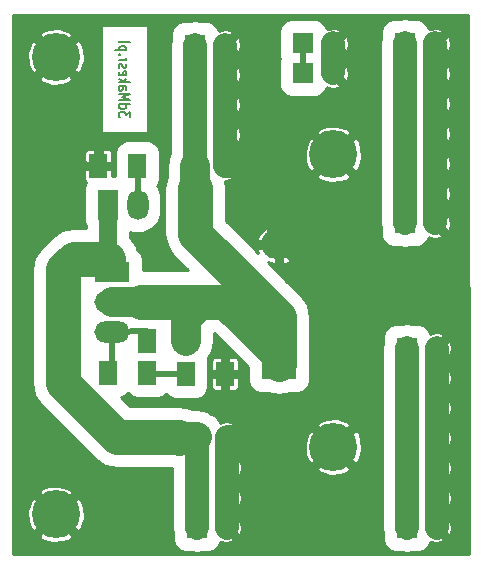
<source format=gbl>
G04 (created by PCBNEW-RS274X (2011-07-08 BZR 3044)-stable) date 2012-09-13 22:15:06*
G01*
G70*
G90*
%MOIN*%
G04 Gerber Fmt 3.4, Leading zero omitted, Abs format*
%FSLAX34Y34*%
G04 APERTURE LIST*
%ADD10C,0.006000*%
%ADD11C,0.007400*%
%ADD12O,0.118100X0.070900*%
%ADD13R,0.118100X0.070900*%
%ADD14R,0.060000X0.080000*%
%ADD15R,0.118100X0.100000*%
%ADD16O,0.118100X0.100000*%
%ADD17R,0.070900X0.100000*%
%ADD18O,0.070900X0.100000*%
%ADD19C,0.160000*%
%ADD20R,0.070900X0.070900*%
%ADD21C,0.070900*%
%ADD22C,0.078700*%
%ADD23C,0.019700*%
%ADD24C,0.118100*%
%ADD25C,0.098400*%
%ADD26C,0.059100*%
%ADD27C,0.010000*%
G04 APERTURE END LIST*
G54D10*
G54D11*
X40735Y-27022D02*
X40735Y-26839D01*
X40584Y-26938D01*
X40584Y-26895D01*
X40566Y-26867D01*
X40547Y-26853D01*
X40509Y-26839D01*
X40416Y-26839D01*
X40378Y-26853D01*
X40359Y-26867D01*
X40341Y-26895D01*
X40341Y-26980D01*
X40359Y-27008D01*
X40378Y-27022D01*
X40341Y-26586D02*
X40735Y-26586D01*
X40359Y-26586D02*
X40341Y-26614D01*
X40341Y-26671D01*
X40359Y-26699D01*
X40378Y-26713D01*
X40416Y-26727D01*
X40528Y-26727D01*
X40566Y-26713D01*
X40584Y-26699D01*
X40603Y-26671D01*
X40603Y-26614D01*
X40584Y-26586D01*
X40341Y-26446D02*
X40735Y-26446D01*
X40453Y-26347D01*
X40735Y-26249D01*
X40341Y-26249D01*
X40341Y-25982D02*
X40547Y-25982D01*
X40584Y-25996D01*
X40603Y-26024D01*
X40603Y-26081D01*
X40584Y-26109D01*
X40359Y-25982D02*
X40341Y-26010D01*
X40341Y-26081D01*
X40359Y-26109D01*
X40397Y-26123D01*
X40434Y-26123D01*
X40472Y-26109D01*
X40491Y-26081D01*
X40491Y-26010D01*
X40509Y-25982D01*
X40341Y-25842D02*
X40735Y-25842D01*
X40491Y-25814D02*
X40341Y-25729D01*
X40603Y-25729D02*
X40453Y-25842D01*
X40359Y-25490D02*
X40341Y-25518D01*
X40341Y-25575D01*
X40359Y-25603D01*
X40397Y-25617D01*
X40547Y-25617D01*
X40584Y-25603D01*
X40603Y-25575D01*
X40603Y-25518D01*
X40584Y-25490D01*
X40547Y-25476D01*
X40509Y-25476D01*
X40472Y-25617D01*
X40359Y-25364D02*
X40341Y-25336D01*
X40341Y-25280D01*
X40359Y-25251D01*
X40397Y-25237D01*
X40416Y-25237D01*
X40453Y-25251D01*
X40472Y-25280D01*
X40472Y-25322D01*
X40491Y-25350D01*
X40528Y-25364D01*
X40547Y-25364D01*
X40584Y-25350D01*
X40603Y-25322D01*
X40603Y-25280D01*
X40584Y-25251D01*
X40341Y-25111D02*
X40603Y-25111D01*
X40528Y-25111D02*
X40566Y-25097D01*
X40584Y-25083D01*
X40603Y-25055D01*
X40603Y-25026D01*
X40378Y-24928D02*
X40359Y-24914D01*
X40341Y-24928D01*
X40359Y-24942D01*
X40378Y-24928D01*
X40341Y-24928D01*
X40603Y-24788D02*
X40209Y-24788D01*
X40584Y-24788D02*
X40603Y-24760D01*
X40603Y-24703D01*
X40584Y-24675D01*
X40566Y-24661D01*
X40528Y-24647D01*
X40416Y-24647D01*
X40378Y-24661D01*
X40359Y-24675D01*
X40341Y-24703D01*
X40341Y-24760D01*
X40359Y-24788D01*
X40341Y-24479D02*
X40359Y-24507D01*
X40397Y-24521D01*
X40735Y-24521D01*
G54D12*
X40116Y-34156D03*
X40116Y-33156D03*
G54D13*
X40116Y-32156D03*
G54D14*
X40968Y-28632D03*
X39668Y-28632D03*
X43894Y-35564D03*
X42594Y-35564D03*
G54D15*
X45686Y-35254D03*
G54D16*
X45686Y-31254D03*
G54D17*
X39986Y-29926D03*
G54D18*
X40986Y-29926D03*
G54D14*
X39996Y-35530D03*
X41296Y-35530D03*
X42584Y-34474D03*
X41284Y-34474D03*
G54D19*
X47500Y-38000D03*
X38250Y-25000D03*
X38250Y-40250D03*
X47500Y-28250D03*
G54D20*
X42942Y-37674D03*
G54D21*
X43942Y-37674D03*
G54D20*
X42898Y-28632D03*
G54D21*
X43898Y-28632D03*
G54D20*
X46500Y-25550D03*
G54D21*
X47500Y-25550D03*
G54D20*
X46500Y-24550D03*
G54D21*
X47500Y-24550D03*
G54D20*
X49950Y-40700D03*
G54D21*
X50950Y-40700D03*
G54D20*
X49950Y-39700D03*
G54D21*
X50950Y-39700D03*
G54D20*
X49950Y-38700D03*
G54D21*
X50950Y-38700D03*
G54D20*
X49950Y-37700D03*
G54D21*
X50950Y-37700D03*
G54D20*
X49950Y-36700D03*
G54D21*
X50950Y-36700D03*
G54D20*
X49950Y-35700D03*
G54D21*
X50950Y-35700D03*
G54D20*
X49950Y-34700D03*
G54D21*
X50950Y-34700D03*
G54D20*
X42900Y-27600D03*
G54D21*
X43900Y-27600D03*
G54D20*
X42900Y-26600D03*
G54D21*
X43900Y-26600D03*
G54D20*
X42900Y-25600D03*
G54D21*
X43900Y-25600D03*
G54D20*
X42900Y-24600D03*
G54D21*
X43900Y-24600D03*
G54D20*
X49900Y-30550D03*
G54D21*
X50900Y-30550D03*
G54D20*
X49900Y-29550D03*
G54D21*
X50900Y-29550D03*
G54D20*
X49900Y-28550D03*
G54D21*
X50900Y-28550D03*
G54D20*
X49900Y-27550D03*
G54D21*
X50900Y-27550D03*
G54D20*
X49900Y-26550D03*
G54D21*
X50900Y-26550D03*
G54D20*
X49900Y-25550D03*
G54D21*
X50900Y-25550D03*
G54D20*
X49900Y-24550D03*
G54D21*
X50900Y-24550D03*
G54D20*
X42950Y-39700D03*
G54D21*
X43950Y-39700D03*
G54D20*
X42950Y-40700D03*
G54D21*
X43950Y-40700D03*
G54D20*
X42950Y-38700D03*
G54D21*
X43950Y-38700D03*
G54D22*
X49950Y-35700D02*
X49950Y-34700D01*
X49950Y-35590D02*
X49950Y-36700D01*
X49950Y-36700D02*
X49950Y-37700D01*
X49950Y-37700D02*
X49950Y-38700D01*
X49950Y-38700D02*
X49950Y-39700D01*
X49950Y-39700D02*
X49950Y-40700D01*
X49950Y-34700D02*
X49950Y-35590D01*
X49900Y-24550D02*
X49900Y-25550D01*
X49900Y-25550D02*
X49900Y-26550D01*
X49900Y-26550D02*
X49900Y-27550D01*
X49900Y-27550D02*
X49900Y-28550D01*
X49900Y-28550D02*
X49900Y-29550D01*
X49900Y-29550D02*
X49900Y-30550D01*
X43942Y-37674D02*
X43942Y-40692D01*
X43942Y-40692D02*
X43950Y-40700D01*
X50950Y-34700D02*
X50950Y-40700D01*
X47500Y-24550D02*
X47500Y-25550D01*
X50900Y-24550D02*
X50900Y-30550D01*
X43900Y-24600D02*
X43900Y-28618D01*
X43886Y-28632D02*
X43898Y-28632D01*
X43900Y-28618D02*
X43886Y-28632D01*
X47292Y-36464D02*
X46082Y-37674D01*
X47292Y-32504D02*
X47292Y-36464D01*
X45842Y-31054D02*
X47292Y-32504D01*
X43898Y-28632D02*
X44894Y-28632D01*
X45686Y-29424D02*
X45686Y-31054D01*
X44894Y-28632D02*
X45686Y-29424D01*
X45686Y-31054D02*
X45842Y-31054D01*
X46082Y-37674D02*
X43942Y-37674D01*
G54D23*
X41318Y-35564D02*
X41296Y-35530D01*
X42594Y-35564D02*
X41318Y-35564D01*
X40114Y-35334D02*
X39996Y-35530D01*
X40116Y-34156D02*
X40114Y-35334D01*
X40116Y-34156D02*
X41286Y-34154D01*
X41286Y-34154D02*
X41284Y-34474D01*
X40986Y-29926D02*
X40986Y-28650D01*
X40986Y-28650D02*
X40968Y-28632D01*
X46500Y-24550D02*
X46500Y-25550D01*
G54D22*
X42900Y-24600D02*
X42900Y-25600D01*
X42900Y-25600D02*
X42900Y-26600D01*
X42900Y-26600D02*
X42900Y-27600D01*
X42900Y-27600D02*
X42898Y-27602D01*
X42898Y-27602D02*
X42898Y-28632D01*
X42900Y-24600D02*
X42900Y-28630D01*
X42900Y-28630D02*
X42898Y-28632D01*
G54D24*
X41092Y-33156D02*
X45161Y-33156D01*
X45142Y-33142D02*
X45142Y-33137D01*
X45147Y-33142D02*
X45142Y-33142D01*
X45161Y-33156D02*
X45147Y-33142D01*
X45686Y-35254D02*
X45686Y-33681D01*
X42898Y-30893D02*
X42898Y-29358D01*
X42898Y-30893D02*
X45142Y-33137D01*
G54D25*
X42898Y-28632D02*
X42898Y-29358D01*
G54D24*
X45142Y-33137D02*
X45686Y-33681D01*
X45686Y-33681D02*
X45686Y-35054D01*
G54D25*
X42584Y-34474D02*
X42574Y-33724D01*
X42574Y-33724D02*
X43142Y-33156D01*
X40116Y-33156D02*
X41092Y-33156D01*
X41092Y-33156D02*
X41242Y-33156D01*
X41242Y-33156D02*
X43142Y-33156D01*
X43142Y-33156D02*
X43788Y-33156D01*
X43788Y-33156D02*
X45686Y-35054D01*
G54D22*
X42950Y-38700D02*
X42950Y-39700D01*
X42950Y-38700D02*
X42950Y-37682D01*
X42950Y-37682D02*
X42942Y-37674D01*
X42950Y-38700D02*
X42950Y-40700D01*
G54D24*
X40294Y-37674D02*
X42324Y-37674D01*
X42344Y-37694D02*
X42344Y-37674D01*
X42324Y-37674D02*
X42344Y-37694D01*
X38492Y-35872D02*
X38492Y-32088D01*
X38492Y-32088D02*
X38846Y-31734D01*
X38846Y-31734D02*
X39986Y-31734D01*
G54D26*
X39986Y-32026D02*
X40116Y-32156D01*
X39986Y-29926D02*
X39986Y-31734D01*
X39986Y-31734D02*
X39986Y-32026D01*
G54D25*
X42942Y-37674D02*
X42344Y-37674D01*
G54D24*
X40294Y-37674D02*
X38492Y-35872D01*
G54D10*
G36*
X52012Y-41571D02*
X51470Y-41571D01*
X51470Y-40716D01*
X51470Y-39716D01*
X51470Y-38716D01*
X51470Y-37716D01*
X51470Y-36716D01*
X51470Y-35716D01*
X51470Y-34716D01*
X51437Y-34515D01*
X51425Y-34486D01*
X51420Y-34483D01*
X51420Y-30566D01*
X51420Y-29566D01*
X51420Y-28566D01*
X51420Y-27566D01*
X51420Y-26566D01*
X51420Y-25566D01*
X51420Y-24566D01*
X51387Y-24365D01*
X51375Y-24336D01*
X51306Y-24295D01*
X51051Y-24550D01*
X51306Y-24805D01*
X51375Y-24764D01*
X51420Y-24566D01*
X51420Y-25566D01*
X51387Y-25365D01*
X51375Y-25336D01*
X51306Y-25295D01*
X51051Y-25550D01*
X51306Y-25805D01*
X51375Y-25764D01*
X51420Y-25566D01*
X51420Y-26566D01*
X51387Y-26365D01*
X51375Y-26336D01*
X51306Y-26295D01*
X51051Y-26550D01*
X51306Y-26805D01*
X51375Y-26764D01*
X51420Y-26566D01*
X51420Y-27566D01*
X51387Y-27365D01*
X51375Y-27336D01*
X51306Y-27295D01*
X51051Y-27550D01*
X51306Y-27805D01*
X51375Y-27764D01*
X51420Y-27566D01*
X51420Y-28566D01*
X51387Y-28365D01*
X51375Y-28336D01*
X51306Y-28295D01*
X51051Y-28550D01*
X51306Y-28805D01*
X51375Y-28764D01*
X51420Y-28566D01*
X51420Y-29566D01*
X51387Y-29365D01*
X51375Y-29336D01*
X51306Y-29295D01*
X51051Y-29550D01*
X51306Y-29805D01*
X51375Y-29764D01*
X51420Y-29566D01*
X51420Y-30566D01*
X51387Y-30365D01*
X51375Y-30336D01*
X51306Y-30295D01*
X51051Y-30550D01*
X51306Y-30805D01*
X51375Y-30764D01*
X51420Y-30566D01*
X51420Y-34483D01*
X51356Y-34445D01*
X51101Y-34700D01*
X51356Y-34955D01*
X51425Y-34914D01*
X51470Y-34716D01*
X51470Y-35716D01*
X51437Y-35515D01*
X51425Y-35486D01*
X51356Y-35445D01*
X51101Y-35700D01*
X51356Y-35955D01*
X51425Y-35914D01*
X51470Y-35716D01*
X51470Y-36716D01*
X51437Y-36515D01*
X51425Y-36486D01*
X51356Y-36445D01*
X51101Y-36700D01*
X51356Y-36955D01*
X51425Y-36914D01*
X51470Y-36716D01*
X51470Y-37716D01*
X51437Y-37515D01*
X51425Y-37486D01*
X51356Y-37445D01*
X51101Y-37700D01*
X51356Y-37955D01*
X51425Y-37914D01*
X51470Y-37716D01*
X51470Y-38716D01*
X51437Y-38515D01*
X51425Y-38486D01*
X51356Y-38445D01*
X51101Y-38700D01*
X51356Y-38955D01*
X51425Y-38914D01*
X51470Y-38716D01*
X51470Y-39716D01*
X51437Y-39515D01*
X51425Y-39486D01*
X51356Y-39445D01*
X51101Y-39700D01*
X51356Y-39955D01*
X51425Y-39914D01*
X51470Y-39716D01*
X51470Y-40716D01*
X51437Y-40515D01*
X51425Y-40486D01*
X51356Y-40445D01*
X51101Y-40700D01*
X51356Y-40955D01*
X51425Y-40914D01*
X51470Y-40716D01*
X51470Y-41571D01*
X51205Y-41571D01*
X51205Y-41106D01*
X50950Y-40851D01*
X50949Y-40851D01*
X50798Y-40700D01*
X50799Y-40700D01*
X50798Y-40699D01*
X50949Y-40548D01*
X50950Y-40549D01*
X50985Y-40513D01*
X51205Y-40294D01*
X51164Y-40225D01*
X51054Y-40200D01*
X51135Y-40187D01*
X51164Y-40175D01*
X51205Y-40106D01*
X50950Y-39851D01*
X50949Y-39851D01*
X50798Y-39700D01*
X50799Y-39700D01*
X50798Y-39699D01*
X50949Y-39548D01*
X50950Y-39549D01*
X50985Y-39513D01*
X51205Y-39294D01*
X51164Y-39225D01*
X51054Y-39200D01*
X51135Y-39187D01*
X51164Y-39175D01*
X51205Y-39106D01*
X50950Y-38851D01*
X50949Y-38851D01*
X50798Y-38700D01*
X50799Y-38700D01*
X50798Y-38699D01*
X50949Y-38548D01*
X50950Y-38549D01*
X50985Y-38513D01*
X51205Y-38294D01*
X51164Y-38225D01*
X51054Y-38200D01*
X51135Y-38187D01*
X51164Y-38175D01*
X51205Y-38106D01*
X50950Y-37851D01*
X50949Y-37851D01*
X50798Y-37700D01*
X50799Y-37700D01*
X50798Y-37699D01*
X50949Y-37548D01*
X50950Y-37549D01*
X50985Y-37513D01*
X51205Y-37294D01*
X51164Y-37225D01*
X51054Y-37200D01*
X51135Y-37187D01*
X51164Y-37175D01*
X51205Y-37106D01*
X50950Y-36851D01*
X50949Y-36851D01*
X50798Y-36700D01*
X50799Y-36700D01*
X50798Y-36699D01*
X50949Y-36548D01*
X50950Y-36549D01*
X50985Y-36513D01*
X51205Y-36294D01*
X51164Y-36225D01*
X51054Y-36200D01*
X51135Y-36187D01*
X51164Y-36175D01*
X51205Y-36106D01*
X50950Y-35851D01*
X50949Y-35851D01*
X50798Y-35700D01*
X50799Y-35700D01*
X50798Y-35699D01*
X50949Y-35548D01*
X50950Y-35549D01*
X50985Y-35513D01*
X51205Y-35294D01*
X51164Y-35225D01*
X51054Y-35200D01*
X51135Y-35187D01*
X51164Y-35175D01*
X51205Y-35106D01*
X50950Y-34851D01*
X50949Y-34851D01*
X50798Y-34700D01*
X50799Y-34700D01*
X50798Y-34699D01*
X50949Y-34548D01*
X50950Y-34549D01*
X50985Y-34513D01*
X51205Y-34294D01*
X51164Y-34225D01*
X51155Y-34222D01*
X51155Y-30956D01*
X50900Y-30701D01*
X50899Y-30701D01*
X50748Y-30550D01*
X50749Y-30550D01*
X50748Y-30549D01*
X50899Y-30398D01*
X50900Y-30399D01*
X50935Y-30363D01*
X51155Y-30144D01*
X51114Y-30075D01*
X51004Y-30050D01*
X51085Y-30037D01*
X51114Y-30025D01*
X51155Y-29956D01*
X50900Y-29701D01*
X50899Y-29701D01*
X50748Y-29550D01*
X50749Y-29550D01*
X50748Y-29549D01*
X50899Y-29398D01*
X50900Y-29399D01*
X50935Y-29363D01*
X51155Y-29144D01*
X51114Y-29075D01*
X51004Y-29050D01*
X51085Y-29037D01*
X51114Y-29025D01*
X51155Y-28956D01*
X50900Y-28701D01*
X50899Y-28701D01*
X50748Y-28550D01*
X50749Y-28550D01*
X50748Y-28549D01*
X50899Y-28398D01*
X50900Y-28399D01*
X50935Y-28363D01*
X51155Y-28144D01*
X51114Y-28075D01*
X51004Y-28050D01*
X51085Y-28037D01*
X51114Y-28025D01*
X51155Y-27956D01*
X50900Y-27701D01*
X50899Y-27701D01*
X50748Y-27550D01*
X50749Y-27550D01*
X50748Y-27549D01*
X50899Y-27398D01*
X50900Y-27399D01*
X50935Y-27363D01*
X51155Y-27144D01*
X51114Y-27075D01*
X51004Y-27050D01*
X51085Y-27037D01*
X51114Y-27025D01*
X51155Y-26956D01*
X50900Y-26701D01*
X50899Y-26701D01*
X50748Y-26550D01*
X50749Y-26550D01*
X50748Y-26549D01*
X50899Y-26398D01*
X50900Y-26399D01*
X50935Y-26363D01*
X51155Y-26144D01*
X51114Y-26075D01*
X51004Y-26050D01*
X51085Y-26037D01*
X51114Y-26025D01*
X51155Y-25956D01*
X50900Y-25701D01*
X50899Y-25701D01*
X50748Y-25550D01*
X50749Y-25550D01*
X50748Y-25549D01*
X50899Y-25398D01*
X50900Y-25399D01*
X50935Y-25363D01*
X51155Y-25144D01*
X51114Y-25075D01*
X51004Y-25050D01*
X51085Y-25037D01*
X51114Y-25025D01*
X51155Y-24956D01*
X50900Y-24701D01*
X50899Y-24701D01*
X50748Y-24550D01*
X50749Y-24550D01*
X50748Y-24549D01*
X50899Y-24398D01*
X50900Y-24399D01*
X50935Y-24363D01*
X51155Y-24144D01*
X51114Y-24075D01*
X50916Y-24030D01*
X50715Y-24063D01*
X50686Y-24075D01*
X50684Y-24077D01*
X50630Y-23945D01*
X50505Y-23821D01*
X50342Y-23753D01*
X50166Y-23753D01*
X50100Y-23753D01*
X49900Y-23713D01*
X49700Y-23753D01*
X49458Y-23753D01*
X49295Y-23820D01*
X49171Y-23945D01*
X49103Y-24108D01*
X49103Y-24284D01*
X49103Y-24350D01*
X49063Y-24550D01*
X49063Y-25550D01*
X49063Y-26550D01*
X49063Y-27550D01*
X49063Y-28550D01*
X49063Y-29550D01*
X49063Y-30550D01*
X49103Y-30750D01*
X49103Y-30992D01*
X49170Y-31155D01*
X49295Y-31279D01*
X49458Y-31347D01*
X49634Y-31347D01*
X49700Y-31347D01*
X49900Y-31387D01*
X50100Y-31347D01*
X50342Y-31347D01*
X50505Y-31280D01*
X50629Y-31155D01*
X50684Y-31022D01*
X50686Y-31025D01*
X50884Y-31070D01*
X51085Y-31037D01*
X51114Y-31025D01*
X51155Y-30956D01*
X51155Y-34222D01*
X50966Y-34180D01*
X50765Y-34213D01*
X50736Y-34225D01*
X50734Y-34227D01*
X50680Y-34095D01*
X50555Y-33971D01*
X50392Y-33903D01*
X50216Y-33903D01*
X50150Y-33903D01*
X49950Y-33863D01*
X49750Y-33903D01*
X49508Y-33903D01*
X49345Y-33970D01*
X49221Y-34095D01*
X49153Y-34258D01*
X49153Y-34434D01*
X49153Y-34500D01*
X49113Y-34700D01*
X49113Y-35590D01*
X49113Y-35700D01*
X49113Y-36700D01*
X49113Y-37700D01*
X49113Y-38700D01*
X49113Y-39700D01*
X49113Y-40700D01*
X49153Y-40900D01*
X49153Y-41142D01*
X49220Y-41305D01*
X49345Y-41429D01*
X49508Y-41497D01*
X49684Y-41497D01*
X49750Y-41497D01*
X49950Y-41537D01*
X50150Y-41497D01*
X50392Y-41497D01*
X50555Y-41430D01*
X50679Y-41305D01*
X50734Y-41172D01*
X50736Y-41175D01*
X50934Y-41220D01*
X51135Y-41187D01*
X51164Y-41175D01*
X51205Y-41106D01*
X51205Y-41571D01*
X48460Y-41571D01*
X48460Y-38120D01*
X48460Y-28370D01*
X48433Y-27994D01*
X48341Y-27771D01*
X48225Y-27676D01*
X48074Y-27827D01*
X48074Y-27525D01*
X48020Y-27459D01*
X48020Y-25566D01*
X48020Y-24566D01*
X47987Y-24365D01*
X47975Y-24336D01*
X47906Y-24295D01*
X47651Y-24550D01*
X47906Y-24805D01*
X47975Y-24764D01*
X48020Y-24566D01*
X48020Y-25566D01*
X47987Y-25365D01*
X47975Y-25336D01*
X47906Y-25295D01*
X47651Y-25550D01*
X47906Y-25805D01*
X47975Y-25764D01*
X48020Y-25566D01*
X48020Y-27459D01*
X47979Y-27409D01*
X47755Y-27334D01*
X47755Y-25956D01*
X47500Y-25701D01*
X47499Y-25701D01*
X47348Y-25550D01*
X47349Y-25550D01*
X47348Y-25549D01*
X47499Y-25398D01*
X47500Y-25399D01*
X47535Y-25363D01*
X47755Y-25144D01*
X47714Y-25075D01*
X47604Y-25050D01*
X47685Y-25037D01*
X47714Y-25025D01*
X47755Y-24956D01*
X47500Y-24701D01*
X47499Y-24701D01*
X47348Y-24550D01*
X47349Y-24550D01*
X47348Y-24549D01*
X47499Y-24398D01*
X47500Y-24399D01*
X47535Y-24363D01*
X47755Y-24144D01*
X47714Y-24075D01*
X47516Y-24030D01*
X47315Y-24063D01*
X47286Y-24075D01*
X47284Y-24077D01*
X47230Y-23945D01*
X47105Y-23821D01*
X46942Y-23753D01*
X46766Y-23753D01*
X46058Y-23753D01*
X45895Y-23820D01*
X45771Y-23945D01*
X45703Y-24108D01*
X45703Y-24284D01*
X45703Y-24992D01*
X45727Y-25050D01*
X45703Y-25108D01*
X45703Y-25284D01*
X45703Y-25992D01*
X45770Y-26155D01*
X45895Y-26279D01*
X46058Y-26347D01*
X46234Y-26347D01*
X46942Y-26347D01*
X47105Y-26280D01*
X47229Y-26155D01*
X47284Y-26022D01*
X47286Y-26025D01*
X47484Y-26070D01*
X47685Y-26037D01*
X47714Y-26025D01*
X47755Y-25956D01*
X47755Y-27334D01*
X47620Y-27290D01*
X47244Y-27317D01*
X47021Y-27409D01*
X46926Y-27525D01*
X47500Y-28099D01*
X48074Y-27525D01*
X48074Y-27827D01*
X47651Y-28250D01*
X48225Y-28824D01*
X48341Y-28729D01*
X48460Y-28370D01*
X48460Y-38120D01*
X48433Y-37744D01*
X48341Y-37521D01*
X48225Y-37426D01*
X48074Y-37577D01*
X48074Y-37275D01*
X48074Y-28975D01*
X47500Y-28401D01*
X47349Y-28552D01*
X47349Y-28250D01*
X46775Y-27676D01*
X46659Y-27771D01*
X46540Y-28130D01*
X46567Y-28506D01*
X46659Y-28729D01*
X46775Y-28824D01*
X47349Y-28250D01*
X47349Y-28552D01*
X46926Y-28975D01*
X47021Y-29091D01*
X47380Y-29210D01*
X47756Y-29183D01*
X47979Y-29091D01*
X48074Y-28975D01*
X48074Y-37275D01*
X47979Y-37159D01*
X47620Y-37040D01*
X47244Y-37067D01*
X47021Y-37159D01*
X46926Y-37275D01*
X47500Y-37849D01*
X48074Y-37275D01*
X48074Y-37577D01*
X47651Y-38000D01*
X48225Y-38574D01*
X48341Y-38479D01*
X48460Y-38120D01*
X48460Y-41571D01*
X48074Y-41571D01*
X48074Y-38725D01*
X47500Y-38151D01*
X47349Y-38302D01*
X47349Y-38000D01*
X46775Y-37426D01*
X46720Y-37471D01*
X46720Y-35254D01*
X46720Y-35054D01*
X46720Y-33681D01*
X46641Y-33285D01*
X46417Y-32950D01*
X46410Y-32943D01*
X46410Y-31463D01*
X46410Y-31045D01*
X46327Y-30874D01*
X46140Y-30692D01*
X45897Y-30596D01*
X45793Y-30627D01*
X45793Y-31147D01*
X46392Y-31147D01*
X46410Y-31045D01*
X46410Y-31463D01*
X46392Y-31361D01*
X45793Y-31361D01*
X45793Y-31881D01*
X45897Y-31912D01*
X46140Y-31816D01*
X46327Y-31634D01*
X46410Y-31463D01*
X46410Y-32943D01*
X45894Y-32427D01*
X45892Y-32425D01*
X45892Y-32424D01*
X45878Y-32411D01*
X45875Y-32408D01*
X45873Y-32406D01*
X45316Y-31849D01*
X45475Y-31912D01*
X45579Y-31881D01*
X45579Y-31361D01*
X45579Y-31147D01*
X45579Y-30627D01*
X45475Y-30596D01*
X45232Y-30692D01*
X45045Y-30874D01*
X44962Y-31045D01*
X44980Y-31147D01*
X45579Y-31147D01*
X45579Y-31361D01*
X44980Y-31361D01*
X44962Y-31463D01*
X44992Y-31525D01*
X44420Y-30953D01*
X44420Y-27616D01*
X44420Y-26616D01*
X44420Y-25616D01*
X44420Y-24616D01*
X44387Y-24415D01*
X44375Y-24386D01*
X44306Y-24345D01*
X44051Y-24600D01*
X44306Y-24855D01*
X44375Y-24814D01*
X44420Y-24616D01*
X44420Y-25616D01*
X44387Y-25415D01*
X44375Y-25386D01*
X44306Y-25345D01*
X44051Y-25600D01*
X44306Y-25855D01*
X44375Y-25814D01*
X44420Y-25616D01*
X44420Y-26616D01*
X44387Y-26415D01*
X44375Y-26386D01*
X44306Y-26345D01*
X44051Y-26600D01*
X44306Y-26855D01*
X44375Y-26814D01*
X44420Y-26616D01*
X44420Y-27616D01*
X44387Y-27415D01*
X44375Y-27386D01*
X44306Y-27345D01*
X44051Y-27600D01*
X44306Y-27855D01*
X44375Y-27814D01*
X44420Y-27616D01*
X44420Y-30953D01*
X44418Y-30951D01*
X44418Y-28648D01*
X44385Y-28447D01*
X44373Y-28418D01*
X44304Y-28377D01*
X44049Y-28632D01*
X44304Y-28887D01*
X44373Y-28846D01*
X44418Y-28648D01*
X44418Y-30951D01*
X43932Y-30465D01*
X43932Y-29358D01*
X43890Y-29150D01*
X44083Y-29119D01*
X44112Y-29107D01*
X44153Y-29038D01*
X43898Y-28783D01*
X43897Y-28783D01*
X43834Y-28720D01*
X43834Y-28632D01*
X43819Y-28558D01*
X43897Y-28480D01*
X43898Y-28481D01*
X43933Y-28445D01*
X44153Y-28226D01*
X44112Y-28157D01*
X43921Y-28113D01*
X44085Y-28087D01*
X44114Y-28075D01*
X44155Y-28006D01*
X43900Y-27751D01*
X43899Y-27751D01*
X43748Y-27600D01*
X43749Y-27600D01*
X43748Y-27599D01*
X43899Y-27448D01*
X43900Y-27449D01*
X43935Y-27413D01*
X44155Y-27194D01*
X44114Y-27125D01*
X44004Y-27100D01*
X44085Y-27087D01*
X44114Y-27075D01*
X44155Y-27006D01*
X43900Y-26751D01*
X43899Y-26751D01*
X43748Y-26600D01*
X43749Y-26600D01*
X43748Y-26599D01*
X43899Y-26448D01*
X43900Y-26449D01*
X43935Y-26413D01*
X44155Y-26194D01*
X44114Y-26125D01*
X44004Y-26100D01*
X44085Y-26087D01*
X44114Y-26075D01*
X44155Y-26006D01*
X43900Y-25751D01*
X43899Y-25751D01*
X43748Y-25600D01*
X43749Y-25600D01*
X43748Y-25599D01*
X43899Y-25448D01*
X43900Y-25449D01*
X43935Y-25413D01*
X44155Y-25194D01*
X44114Y-25125D01*
X44004Y-25100D01*
X44085Y-25087D01*
X44114Y-25075D01*
X44155Y-25006D01*
X43900Y-24751D01*
X43899Y-24751D01*
X43748Y-24600D01*
X43749Y-24600D01*
X43748Y-24599D01*
X43899Y-24448D01*
X43900Y-24449D01*
X43935Y-24413D01*
X44155Y-24194D01*
X44114Y-24125D01*
X43916Y-24080D01*
X43715Y-24113D01*
X43686Y-24125D01*
X43684Y-24127D01*
X43630Y-23995D01*
X43505Y-23871D01*
X43342Y-23803D01*
X43166Y-23803D01*
X43100Y-23803D01*
X42900Y-23763D01*
X42700Y-23803D01*
X42458Y-23803D01*
X42295Y-23870D01*
X42171Y-23995D01*
X42103Y-24158D01*
X42103Y-24334D01*
X42103Y-24400D01*
X42063Y-24600D01*
X42063Y-25600D01*
X42063Y-26600D01*
X42063Y-27592D01*
X42061Y-27602D01*
X42061Y-28232D01*
X42033Y-28274D01*
X41962Y-28632D01*
X41962Y-28933D01*
X41943Y-28962D01*
X41864Y-29358D01*
X41864Y-30893D01*
X41943Y-31289D01*
X42167Y-31624D01*
X42665Y-32122D01*
X41149Y-32122D01*
X41149Y-31714D01*
X41082Y-31551D01*
X40959Y-31429D01*
X40941Y-31338D01*
X40725Y-31014D01*
X40725Y-30829D01*
X40830Y-30873D01*
X41141Y-30873D01*
X41429Y-30754D01*
X41649Y-30534D01*
X41769Y-30246D01*
X41769Y-29935D01*
X41769Y-29607D01*
X41650Y-29319D01*
X41628Y-29297D01*
X41643Y-29283D01*
X41711Y-29120D01*
X41711Y-28944D01*
X41711Y-28144D01*
X41644Y-27981D01*
X41519Y-27857D01*
X41356Y-27789D01*
X41330Y-27789D01*
X41330Y-27545D01*
X41330Y-23955D01*
X39743Y-23955D01*
X39743Y-27545D01*
X41330Y-27545D01*
X41330Y-27789D01*
X41180Y-27789D01*
X40580Y-27789D01*
X40417Y-27856D01*
X40293Y-27981D01*
X40225Y-28144D01*
X40225Y-28320D01*
X40225Y-28983D01*
X40136Y-28983D01*
X40136Y-28781D01*
X40136Y-28483D01*
X40136Y-28265D01*
X40136Y-28198D01*
X40110Y-28137D01*
X40063Y-28089D01*
X40001Y-28064D01*
X39817Y-28064D01*
X39775Y-28106D01*
X39775Y-28525D01*
X40094Y-28525D01*
X40136Y-28483D01*
X40136Y-28781D01*
X40094Y-28739D01*
X39825Y-28739D01*
X39775Y-28739D01*
X39561Y-28739D01*
X39561Y-28525D01*
X39561Y-28106D01*
X39519Y-28064D01*
X39335Y-28064D01*
X39273Y-28089D01*
X39226Y-28137D01*
X39210Y-28174D01*
X39210Y-25120D01*
X39183Y-24744D01*
X39091Y-24521D01*
X38975Y-24426D01*
X38824Y-24577D01*
X38824Y-24275D01*
X38729Y-24159D01*
X38370Y-24040D01*
X37994Y-24067D01*
X37771Y-24159D01*
X37676Y-24275D01*
X38250Y-24849D01*
X38824Y-24275D01*
X38824Y-24577D01*
X38401Y-25000D01*
X38975Y-25574D01*
X39091Y-25479D01*
X39210Y-25120D01*
X39210Y-28174D01*
X39200Y-28198D01*
X39200Y-28265D01*
X39200Y-28483D01*
X39242Y-28525D01*
X39561Y-28525D01*
X39561Y-28739D01*
X39511Y-28739D01*
X39242Y-28739D01*
X39200Y-28781D01*
X39200Y-28999D01*
X39200Y-29066D01*
X39226Y-29127D01*
X39265Y-29166D01*
X39257Y-29175D01*
X39189Y-29338D01*
X39189Y-29514D01*
X39189Y-30514D01*
X39247Y-30655D01*
X39247Y-30700D01*
X38846Y-30700D01*
X38824Y-30704D01*
X38824Y-25725D01*
X38250Y-25151D01*
X38099Y-25302D01*
X38099Y-25000D01*
X37525Y-24426D01*
X37409Y-24521D01*
X37290Y-24880D01*
X37317Y-25256D01*
X37409Y-25479D01*
X37525Y-25574D01*
X38099Y-25000D01*
X38099Y-25302D01*
X37676Y-25725D01*
X37771Y-25841D01*
X38130Y-25960D01*
X38506Y-25933D01*
X38729Y-25841D01*
X38824Y-25725D01*
X38824Y-30704D01*
X38450Y-30779D01*
X38114Y-31003D01*
X37761Y-31357D01*
X37537Y-31692D01*
X37458Y-32088D01*
X37458Y-35872D01*
X37537Y-36268D01*
X37761Y-36603D01*
X39563Y-38405D01*
X39898Y-38629D01*
X40294Y-38708D01*
X42113Y-38708D01*
X42113Y-39700D01*
X42113Y-40700D01*
X42153Y-40900D01*
X42153Y-41142D01*
X42220Y-41305D01*
X42345Y-41429D01*
X42508Y-41497D01*
X42684Y-41497D01*
X42750Y-41497D01*
X42950Y-41537D01*
X43150Y-41497D01*
X43392Y-41497D01*
X43555Y-41430D01*
X43679Y-41305D01*
X43734Y-41172D01*
X43736Y-41175D01*
X43934Y-41220D01*
X44135Y-41187D01*
X44164Y-41175D01*
X44205Y-41106D01*
X43950Y-40851D01*
X43949Y-40851D01*
X43798Y-40700D01*
X43799Y-40700D01*
X43798Y-40699D01*
X43949Y-40548D01*
X43950Y-40549D01*
X43985Y-40513D01*
X44205Y-40294D01*
X44164Y-40225D01*
X44054Y-40200D01*
X44135Y-40187D01*
X44164Y-40175D01*
X44205Y-40106D01*
X43950Y-39851D01*
X43949Y-39851D01*
X43798Y-39700D01*
X43799Y-39700D01*
X43798Y-39699D01*
X43949Y-39548D01*
X43950Y-39549D01*
X43985Y-39513D01*
X44205Y-39294D01*
X44164Y-39225D01*
X44054Y-39200D01*
X44135Y-39187D01*
X44164Y-39175D01*
X44205Y-39106D01*
X43950Y-38851D01*
X43949Y-38851D01*
X43798Y-38700D01*
X43799Y-38700D01*
X43798Y-38699D01*
X43949Y-38548D01*
X43950Y-38549D01*
X43985Y-38513D01*
X44205Y-38294D01*
X44164Y-38225D01*
X43984Y-38184D01*
X44127Y-38161D01*
X44156Y-38149D01*
X44197Y-38080D01*
X43942Y-37825D01*
X43941Y-37825D01*
X43863Y-37747D01*
X43878Y-37674D01*
X43863Y-37600D01*
X43941Y-37522D01*
X43942Y-37523D01*
X43977Y-37487D01*
X44197Y-37268D01*
X44156Y-37199D01*
X43958Y-37154D01*
X43787Y-37182D01*
X43787Y-36090D01*
X43787Y-35671D01*
X43787Y-35457D01*
X43787Y-35038D01*
X43745Y-34996D01*
X43561Y-34996D01*
X43499Y-35021D01*
X43452Y-35069D01*
X43426Y-35130D01*
X43426Y-35197D01*
X43426Y-35415D01*
X43468Y-35457D01*
X43787Y-35457D01*
X43787Y-35671D01*
X43468Y-35671D01*
X43426Y-35713D01*
X43426Y-35931D01*
X43426Y-35998D01*
X43452Y-36059D01*
X43499Y-36107D01*
X43561Y-36132D01*
X43745Y-36132D01*
X43787Y-36090D01*
X43787Y-37182D01*
X43757Y-37187D01*
X43728Y-37198D01*
X43719Y-37185D01*
X43672Y-37069D01*
X43547Y-36945D01*
X43431Y-36896D01*
X43300Y-36809D01*
X42942Y-36738D01*
X42768Y-36738D01*
X42740Y-36719D01*
X42344Y-36640D01*
X42334Y-36641D01*
X42333Y-36641D01*
X42324Y-36640D01*
X40722Y-36640D01*
X40434Y-36352D01*
X40547Y-36306D01*
X40645Y-36206D01*
X40745Y-36305D01*
X40908Y-36373D01*
X41084Y-36373D01*
X41684Y-36373D01*
X41847Y-36306D01*
X41927Y-36224D01*
X42043Y-36339D01*
X42206Y-36407D01*
X42382Y-36407D01*
X42982Y-36407D01*
X43145Y-36340D01*
X43269Y-36215D01*
X43337Y-36052D01*
X43337Y-35876D01*
X43337Y-35076D01*
X43318Y-35030D01*
X43454Y-34820D01*
X43520Y-34461D01*
X43516Y-34208D01*
X44653Y-35345D01*
X44653Y-35842D01*
X44720Y-36005D01*
X44845Y-36129D01*
X45008Y-36197D01*
X45184Y-36197D01*
X45272Y-36197D01*
X45290Y-36209D01*
X45686Y-36288D01*
X46082Y-36209D01*
X46099Y-36197D01*
X46364Y-36197D01*
X46527Y-36130D01*
X46651Y-36005D01*
X46719Y-35842D01*
X46719Y-35666D01*
X46719Y-35259D01*
X46720Y-35254D01*
X46720Y-37471D01*
X46659Y-37521D01*
X46540Y-37880D01*
X46567Y-38256D01*
X46659Y-38479D01*
X46775Y-38574D01*
X47349Y-38000D01*
X47349Y-38302D01*
X46926Y-38725D01*
X47021Y-38841D01*
X47380Y-38960D01*
X47756Y-38933D01*
X47979Y-38841D01*
X48074Y-38725D01*
X48074Y-41571D01*
X44470Y-41571D01*
X44470Y-40716D01*
X44470Y-39716D01*
X44470Y-38716D01*
X44462Y-38667D01*
X44462Y-37690D01*
X44429Y-37489D01*
X44417Y-37460D01*
X44362Y-37427D01*
X44362Y-35998D01*
X44362Y-35931D01*
X44362Y-35713D01*
X44362Y-35415D01*
X44362Y-35197D01*
X44362Y-35130D01*
X44336Y-35069D01*
X44289Y-35021D01*
X44227Y-34996D01*
X44043Y-34996D01*
X44001Y-35038D01*
X44001Y-35457D01*
X44320Y-35457D01*
X44362Y-35415D01*
X44362Y-35713D01*
X44320Y-35671D01*
X44001Y-35671D01*
X44001Y-36090D01*
X44043Y-36132D01*
X44227Y-36132D01*
X44289Y-36107D01*
X44336Y-36059D01*
X44362Y-35998D01*
X44362Y-37427D01*
X44348Y-37419D01*
X44093Y-37674D01*
X44348Y-37929D01*
X44417Y-37888D01*
X44462Y-37690D01*
X44462Y-38667D01*
X44437Y-38515D01*
X44425Y-38486D01*
X44356Y-38445D01*
X44101Y-38700D01*
X44356Y-38955D01*
X44425Y-38914D01*
X44470Y-38716D01*
X44470Y-39716D01*
X44437Y-39515D01*
X44425Y-39486D01*
X44356Y-39445D01*
X44101Y-39700D01*
X44356Y-39955D01*
X44425Y-39914D01*
X44470Y-39716D01*
X44470Y-40716D01*
X44437Y-40515D01*
X44425Y-40486D01*
X44356Y-40445D01*
X44101Y-40700D01*
X44356Y-40955D01*
X44425Y-40914D01*
X44470Y-40716D01*
X44470Y-41571D01*
X39210Y-41571D01*
X39210Y-40370D01*
X39183Y-39994D01*
X39091Y-39771D01*
X38975Y-39676D01*
X38824Y-39827D01*
X38824Y-39525D01*
X38729Y-39409D01*
X38370Y-39290D01*
X37994Y-39317D01*
X37771Y-39409D01*
X37676Y-39525D01*
X38250Y-40099D01*
X38824Y-39525D01*
X38824Y-39827D01*
X38401Y-40250D01*
X38975Y-40824D01*
X39091Y-40729D01*
X39210Y-40370D01*
X39210Y-41571D01*
X38824Y-41571D01*
X38824Y-40975D01*
X38250Y-40401D01*
X38099Y-40552D01*
X38099Y-40250D01*
X37525Y-39676D01*
X37409Y-39771D01*
X37290Y-40130D01*
X37317Y-40506D01*
X37409Y-40729D01*
X37525Y-40824D01*
X38099Y-40250D01*
X38099Y-40552D01*
X37676Y-40975D01*
X37771Y-41091D01*
X38130Y-41210D01*
X38506Y-41183D01*
X38729Y-41091D01*
X38824Y-40975D01*
X38824Y-41571D01*
X36822Y-41571D01*
X36832Y-23617D01*
X52002Y-23617D01*
X52012Y-41571D01*
X52012Y-41571D01*
G37*
G54D27*
X52012Y-41571D02*
X51470Y-41571D01*
X51470Y-40716D01*
X51470Y-39716D01*
X51470Y-38716D01*
X51470Y-37716D01*
X51470Y-36716D01*
X51470Y-35716D01*
X51470Y-34716D01*
X51437Y-34515D01*
X51425Y-34486D01*
X51420Y-34483D01*
X51420Y-30566D01*
X51420Y-29566D01*
X51420Y-28566D01*
X51420Y-27566D01*
X51420Y-26566D01*
X51420Y-25566D01*
X51420Y-24566D01*
X51387Y-24365D01*
X51375Y-24336D01*
X51306Y-24295D01*
X51051Y-24550D01*
X51306Y-24805D01*
X51375Y-24764D01*
X51420Y-24566D01*
X51420Y-25566D01*
X51387Y-25365D01*
X51375Y-25336D01*
X51306Y-25295D01*
X51051Y-25550D01*
X51306Y-25805D01*
X51375Y-25764D01*
X51420Y-25566D01*
X51420Y-26566D01*
X51387Y-26365D01*
X51375Y-26336D01*
X51306Y-26295D01*
X51051Y-26550D01*
X51306Y-26805D01*
X51375Y-26764D01*
X51420Y-26566D01*
X51420Y-27566D01*
X51387Y-27365D01*
X51375Y-27336D01*
X51306Y-27295D01*
X51051Y-27550D01*
X51306Y-27805D01*
X51375Y-27764D01*
X51420Y-27566D01*
X51420Y-28566D01*
X51387Y-28365D01*
X51375Y-28336D01*
X51306Y-28295D01*
X51051Y-28550D01*
X51306Y-28805D01*
X51375Y-28764D01*
X51420Y-28566D01*
X51420Y-29566D01*
X51387Y-29365D01*
X51375Y-29336D01*
X51306Y-29295D01*
X51051Y-29550D01*
X51306Y-29805D01*
X51375Y-29764D01*
X51420Y-29566D01*
X51420Y-30566D01*
X51387Y-30365D01*
X51375Y-30336D01*
X51306Y-30295D01*
X51051Y-30550D01*
X51306Y-30805D01*
X51375Y-30764D01*
X51420Y-30566D01*
X51420Y-34483D01*
X51356Y-34445D01*
X51101Y-34700D01*
X51356Y-34955D01*
X51425Y-34914D01*
X51470Y-34716D01*
X51470Y-35716D01*
X51437Y-35515D01*
X51425Y-35486D01*
X51356Y-35445D01*
X51101Y-35700D01*
X51356Y-35955D01*
X51425Y-35914D01*
X51470Y-35716D01*
X51470Y-36716D01*
X51437Y-36515D01*
X51425Y-36486D01*
X51356Y-36445D01*
X51101Y-36700D01*
X51356Y-36955D01*
X51425Y-36914D01*
X51470Y-36716D01*
X51470Y-37716D01*
X51437Y-37515D01*
X51425Y-37486D01*
X51356Y-37445D01*
X51101Y-37700D01*
X51356Y-37955D01*
X51425Y-37914D01*
X51470Y-37716D01*
X51470Y-38716D01*
X51437Y-38515D01*
X51425Y-38486D01*
X51356Y-38445D01*
X51101Y-38700D01*
X51356Y-38955D01*
X51425Y-38914D01*
X51470Y-38716D01*
X51470Y-39716D01*
X51437Y-39515D01*
X51425Y-39486D01*
X51356Y-39445D01*
X51101Y-39700D01*
X51356Y-39955D01*
X51425Y-39914D01*
X51470Y-39716D01*
X51470Y-40716D01*
X51437Y-40515D01*
X51425Y-40486D01*
X51356Y-40445D01*
X51101Y-40700D01*
X51356Y-40955D01*
X51425Y-40914D01*
X51470Y-40716D01*
X51470Y-41571D01*
X51205Y-41571D01*
X51205Y-41106D01*
X50950Y-40851D01*
X50949Y-40851D01*
X50798Y-40700D01*
X50799Y-40700D01*
X50798Y-40699D01*
X50949Y-40548D01*
X50950Y-40549D01*
X50985Y-40513D01*
X51205Y-40294D01*
X51164Y-40225D01*
X51054Y-40200D01*
X51135Y-40187D01*
X51164Y-40175D01*
X51205Y-40106D01*
X50950Y-39851D01*
X50949Y-39851D01*
X50798Y-39700D01*
X50799Y-39700D01*
X50798Y-39699D01*
X50949Y-39548D01*
X50950Y-39549D01*
X50985Y-39513D01*
X51205Y-39294D01*
X51164Y-39225D01*
X51054Y-39200D01*
X51135Y-39187D01*
X51164Y-39175D01*
X51205Y-39106D01*
X50950Y-38851D01*
X50949Y-38851D01*
X50798Y-38700D01*
X50799Y-38700D01*
X50798Y-38699D01*
X50949Y-38548D01*
X50950Y-38549D01*
X50985Y-38513D01*
X51205Y-38294D01*
X51164Y-38225D01*
X51054Y-38200D01*
X51135Y-38187D01*
X51164Y-38175D01*
X51205Y-38106D01*
X50950Y-37851D01*
X50949Y-37851D01*
X50798Y-37700D01*
X50799Y-37700D01*
X50798Y-37699D01*
X50949Y-37548D01*
X50950Y-37549D01*
X50985Y-37513D01*
X51205Y-37294D01*
X51164Y-37225D01*
X51054Y-37200D01*
X51135Y-37187D01*
X51164Y-37175D01*
X51205Y-37106D01*
X50950Y-36851D01*
X50949Y-36851D01*
X50798Y-36700D01*
X50799Y-36700D01*
X50798Y-36699D01*
X50949Y-36548D01*
X50950Y-36549D01*
X50985Y-36513D01*
X51205Y-36294D01*
X51164Y-36225D01*
X51054Y-36200D01*
X51135Y-36187D01*
X51164Y-36175D01*
X51205Y-36106D01*
X50950Y-35851D01*
X50949Y-35851D01*
X50798Y-35700D01*
X50799Y-35700D01*
X50798Y-35699D01*
X50949Y-35548D01*
X50950Y-35549D01*
X50985Y-35513D01*
X51205Y-35294D01*
X51164Y-35225D01*
X51054Y-35200D01*
X51135Y-35187D01*
X51164Y-35175D01*
X51205Y-35106D01*
X50950Y-34851D01*
X50949Y-34851D01*
X50798Y-34700D01*
X50799Y-34700D01*
X50798Y-34699D01*
X50949Y-34548D01*
X50950Y-34549D01*
X50985Y-34513D01*
X51205Y-34294D01*
X51164Y-34225D01*
X51155Y-34222D01*
X51155Y-30956D01*
X50900Y-30701D01*
X50899Y-30701D01*
X50748Y-30550D01*
X50749Y-30550D01*
X50748Y-30549D01*
X50899Y-30398D01*
X50900Y-30399D01*
X50935Y-30363D01*
X51155Y-30144D01*
X51114Y-30075D01*
X51004Y-30050D01*
X51085Y-30037D01*
X51114Y-30025D01*
X51155Y-29956D01*
X50900Y-29701D01*
X50899Y-29701D01*
X50748Y-29550D01*
X50749Y-29550D01*
X50748Y-29549D01*
X50899Y-29398D01*
X50900Y-29399D01*
X50935Y-29363D01*
X51155Y-29144D01*
X51114Y-29075D01*
X51004Y-29050D01*
X51085Y-29037D01*
X51114Y-29025D01*
X51155Y-28956D01*
X50900Y-28701D01*
X50899Y-28701D01*
X50748Y-28550D01*
X50749Y-28550D01*
X50748Y-28549D01*
X50899Y-28398D01*
X50900Y-28399D01*
X50935Y-28363D01*
X51155Y-28144D01*
X51114Y-28075D01*
X51004Y-28050D01*
X51085Y-28037D01*
X51114Y-28025D01*
X51155Y-27956D01*
X50900Y-27701D01*
X50899Y-27701D01*
X50748Y-27550D01*
X50749Y-27550D01*
X50748Y-27549D01*
X50899Y-27398D01*
X50900Y-27399D01*
X50935Y-27363D01*
X51155Y-27144D01*
X51114Y-27075D01*
X51004Y-27050D01*
X51085Y-27037D01*
X51114Y-27025D01*
X51155Y-26956D01*
X50900Y-26701D01*
X50899Y-26701D01*
X50748Y-26550D01*
X50749Y-26550D01*
X50748Y-26549D01*
X50899Y-26398D01*
X50900Y-26399D01*
X50935Y-26363D01*
X51155Y-26144D01*
X51114Y-26075D01*
X51004Y-26050D01*
X51085Y-26037D01*
X51114Y-26025D01*
X51155Y-25956D01*
X50900Y-25701D01*
X50899Y-25701D01*
X50748Y-25550D01*
X50749Y-25550D01*
X50748Y-25549D01*
X50899Y-25398D01*
X50900Y-25399D01*
X50935Y-25363D01*
X51155Y-25144D01*
X51114Y-25075D01*
X51004Y-25050D01*
X51085Y-25037D01*
X51114Y-25025D01*
X51155Y-24956D01*
X50900Y-24701D01*
X50899Y-24701D01*
X50748Y-24550D01*
X50749Y-24550D01*
X50748Y-24549D01*
X50899Y-24398D01*
X50900Y-24399D01*
X50935Y-24363D01*
X51155Y-24144D01*
X51114Y-24075D01*
X50916Y-24030D01*
X50715Y-24063D01*
X50686Y-24075D01*
X50684Y-24077D01*
X50630Y-23945D01*
X50505Y-23821D01*
X50342Y-23753D01*
X50166Y-23753D01*
X50100Y-23753D01*
X49900Y-23713D01*
X49700Y-23753D01*
X49458Y-23753D01*
X49295Y-23820D01*
X49171Y-23945D01*
X49103Y-24108D01*
X49103Y-24284D01*
X49103Y-24350D01*
X49063Y-24550D01*
X49063Y-25550D01*
X49063Y-26550D01*
X49063Y-27550D01*
X49063Y-28550D01*
X49063Y-29550D01*
X49063Y-30550D01*
X49103Y-30750D01*
X49103Y-30992D01*
X49170Y-31155D01*
X49295Y-31279D01*
X49458Y-31347D01*
X49634Y-31347D01*
X49700Y-31347D01*
X49900Y-31387D01*
X50100Y-31347D01*
X50342Y-31347D01*
X50505Y-31280D01*
X50629Y-31155D01*
X50684Y-31022D01*
X50686Y-31025D01*
X50884Y-31070D01*
X51085Y-31037D01*
X51114Y-31025D01*
X51155Y-30956D01*
X51155Y-34222D01*
X50966Y-34180D01*
X50765Y-34213D01*
X50736Y-34225D01*
X50734Y-34227D01*
X50680Y-34095D01*
X50555Y-33971D01*
X50392Y-33903D01*
X50216Y-33903D01*
X50150Y-33903D01*
X49950Y-33863D01*
X49750Y-33903D01*
X49508Y-33903D01*
X49345Y-33970D01*
X49221Y-34095D01*
X49153Y-34258D01*
X49153Y-34434D01*
X49153Y-34500D01*
X49113Y-34700D01*
X49113Y-35590D01*
X49113Y-35700D01*
X49113Y-36700D01*
X49113Y-37700D01*
X49113Y-38700D01*
X49113Y-39700D01*
X49113Y-40700D01*
X49153Y-40900D01*
X49153Y-41142D01*
X49220Y-41305D01*
X49345Y-41429D01*
X49508Y-41497D01*
X49684Y-41497D01*
X49750Y-41497D01*
X49950Y-41537D01*
X50150Y-41497D01*
X50392Y-41497D01*
X50555Y-41430D01*
X50679Y-41305D01*
X50734Y-41172D01*
X50736Y-41175D01*
X50934Y-41220D01*
X51135Y-41187D01*
X51164Y-41175D01*
X51205Y-41106D01*
X51205Y-41571D01*
X48460Y-41571D01*
X48460Y-38120D01*
X48460Y-28370D01*
X48433Y-27994D01*
X48341Y-27771D01*
X48225Y-27676D01*
X48074Y-27827D01*
X48074Y-27525D01*
X48020Y-27459D01*
X48020Y-25566D01*
X48020Y-24566D01*
X47987Y-24365D01*
X47975Y-24336D01*
X47906Y-24295D01*
X47651Y-24550D01*
X47906Y-24805D01*
X47975Y-24764D01*
X48020Y-24566D01*
X48020Y-25566D01*
X47987Y-25365D01*
X47975Y-25336D01*
X47906Y-25295D01*
X47651Y-25550D01*
X47906Y-25805D01*
X47975Y-25764D01*
X48020Y-25566D01*
X48020Y-27459D01*
X47979Y-27409D01*
X47755Y-27334D01*
X47755Y-25956D01*
X47500Y-25701D01*
X47499Y-25701D01*
X47348Y-25550D01*
X47349Y-25550D01*
X47348Y-25549D01*
X47499Y-25398D01*
X47500Y-25399D01*
X47535Y-25363D01*
X47755Y-25144D01*
X47714Y-25075D01*
X47604Y-25050D01*
X47685Y-25037D01*
X47714Y-25025D01*
X47755Y-24956D01*
X47500Y-24701D01*
X47499Y-24701D01*
X47348Y-24550D01*
X47349Y-24550D01*
X47348Y-24549D01*
X47499Y-24398D01*
X47500Y-24399D01*
X47535Y-24363D01*
X47755Y-24144D01*
X47714Y-24075D01*
X47516Y-24030D01*
X47315Y-24063D01*
X47286Y-24075D01*
X47284Y-24077D01*
X47230Y-23945D01*
X47105Y-23821D01*
X46942Y-23753D01*
X46766Y-23753D01*
X46058Y-23753D01*
X45895Y-23820D01*
X45771Y-23945D01*
X45703Y-24108D01*
X45703Y-24284D01*
X45703Y-24992D01*
X45727Y-25050D01*
X45703Y-25108D01*
X45703Y-25284D01*
X45703Y-25992D01*
X45770Y-26155D01*
X45895Y-26279D01*
X46058Y-26347D01*
X46234Y-26347D01*
X46942Y-26347D01*
X47105Y-26280D01*
X47229Y-26155D01*
X47284Y-26022D01*
X47286Y-26025D01*
X47484Y-26070D01*
X47685Y-26037D01*
X47714Y-26025D01*
X47755Y-25956D01*
X47755Y-27334D01*
X47620Y-27290D01*
X47244Y-27317D01*
X47021Y-27409D01*
X46926Y-27525D01*
X47500Y-28099D01*
X48074Y-27525D01*
X48074Y-27827D01*
X47651Y-28250D01*
X48225Y-28824D01*
X48341Y-28729D01*
X48460Y-28370D01*
X48460Y-38120D01*
X48433Y-37744D01*
X48341Y-37521D01*
X48225Y-37426D01*
X48074Y-37577D01*
X48074Y-37275D01*
X48074Y-28975D01*
X47500Y-28401D01*
X47349Y-28552D01*
X47349Y-28250D01*
X46775Y-27676D01*
X46659Y-27771D01*
X46540Y-28130D01*
X46567Y-28506D01*
X46659Y-28729D01*
X46775Y-28824D01*
X47349Y-28250D01*
X47349Y-28552D01*
X46926Y-28975D01*
X47021Y-29091D01*
X47380Y-29210D01*
X47756Y-29183D01*
X47979Y-29091D01*
X48074Y-28975D01*
X48074Y-37275D01*
X47979Y-37159D01*
X47620Y-37040D01*
X47244Y-37067D01*
X47021Y-37159D01*
X46926Y-37275D01*
X47500Y-37849D01*
X48074Y-37275D01*
X48074Y-37577D01*
X47651Y-38000D01*
X48225Y-38574D01*
X48341Y-38479D01*
X48460Y-38120D01*
X48460Y-41571D01*
X48074Y-41571D01*
X48074Y-38725D01*
X47500Y-38151D01*
X47349Y-38302D01*
X47349Y-38000D01*
X46775Y-37426D01*
X46720Y-37471D01*
X46720Y-35254D01*
X46720Y-35054D01*
X46720Y-33681D01*
X46641Y-33285D01*
X46417Y-32950D01*
X46410Y-32943D01*
X46410Y-31463D01*
X46410Y-31045D01*
X46327Y-30874D01*
X46140Y-30692D01*
X45897Y-30596D01*
X45793Y-30627D01*
X45793Y-31147D01*
X46392Y-31147D01*
X46410Y-31045D01*
X46410Y-31463D01*
X46392Y-31361D01*
X45793Y-31361D01*
X45793Y-31881D01*
X45897Y-31912D01*
X46140Y-31816D01*
X46327Y-31634D01*
X46410Y-31463D01*
X46410Y-32943D01*
X45894Y-32427D01*
X45892Y-32425D01*
X45892Y-32424D01*
X45878Y-32411D01*
X45875Y-32408D01*
X45873Y-32406D01*
X45316Y-31849D01*
X45475Y-31912D01*
X45579Y-31881D01*
X45579Y-31361D01*
X45579Y-31147D01*
X45579Y-30627D01*
X45475Y-30596D01*
X45232Y-30692D01*
X45045Y-30874D01*
X44962Y-31045D01*
X44980Y-31147D01*
X45579Y-31147D01*
X45579Y-31361D01*
X44980Y-31361D01*
X44962Y-31463D01*
X44992Y-31525D01*
X44420Y-30953D01*
X44420Y-27616D01*
X44420Y-26616D01*
X44420Y-25616D01*
X44420Y-24616D01*
X44387Y-24415D01*
X44375Y-24386D01*
X44306Y-24345D01*
X44051Y-24600D01*
X44306Y-24855D01*
X44375Y-24814D01*
X44420Y-24616D01*
X44420Y-25616D01*
X44387Y-25415D01*
X44375Y-25386D01*
X44306Y-25345D01*
X44051Y-25600D01*
X44306Y-25855D01*
X44375Y-25814D01*
X44420Y-25616D01*
X44420Y-26616D01*
X44387Y-26415D01*
X44375Y-26386D01*
X44306Y-26345D01*
X44051Y-26600D01*
X44306Y-26855D01*
X44375Y-26814D01*
X44420Y-26616D01*
X44420Y-27616D01*
X44387Y-27415D01*
X44375Y-27386D01*
X44306Y-27345D01*
X44051Y-27600D01*
X44306Y-27855D01*
X44375Y-27814D01*
X44420Y-27616D01*
X44420Y-30953D01*
X44418Y-30951D01*
X44418Y-28648D01*
X44385Y-28447D01*
X44373Y-28418D01*
X44304Y-28377D01*
X44049Y-28632D01*
X44304Y-28887D01*
X44373Y-28846D01*
X44418Y-28648D01*
X44418Y-30951D01*
X43932Y-30465D01*
X43932Y-29358D01*
X43890Y-29150D01*
X44083Y-29119D01*
X44112Y-29107D01*
X44153Y-29038D01*
X43898Y-28783D01*
X43897Y-28783D01*
X43834Y-28720D01*
X43834Y-28632D01*
X43819Y-28558D01*
X43897Y-28480D01*
X43898Y-28481D01*
X43933Y-28445D01*
X44153Y-28226D01*
X44112Y-28157D01*
X43921Y-28113D01*
X44085Y-28087D01*
X44114Y-28075D01*
X44155Y-28006D01*
X43900Y-27751D01*
X43899Y-27751D01*
X43748Y-27600D01*
X43749Y-27600D01*
X43748Y-27599D01*
X43899Y-27448D01*
X43900Y-27449D01*
X43935Y-27413D01*
X44155Y-27194D01*
X44114Y-27125D01*
X44004Y-27100D01*
X44085Y-27087D01*
X44114Y-27075D01*
X44155Y-27006D01*
X43900Y-26751D01*
X43899Y-26751D01*
X43748Y-26600D01*
X43749Y-26600D01*
X43748Y-26599D01*
X43899Y-26448D01*
X43900Y-26449D01*
X43935Y-26413D01*
X44155Y-26194D01*
X44114Y-26125D01*
X44004Y-26100D01*
X44085Y-26087D01*
X44114Y-26075D01*
X44155Y-26006D01*
X43900Y-25751D01*
X43899Y-25751D01*
X43748Y-25600D01*
X43749Y-25600D01*
X43748Y-25599D01*
X43899Y-25448D01*
X43900Y-25449D01*
X43935Y-25413D01*
X44155Y-25194D01*
X44114Y-25125D01*
X44004Y-25100D01*
X44085Y-25087D01*
X44114Y-25075D01*
X44155Y-25006D01*
X43900Y-24751D01*
X43899Y-24751D01*
X43748Y-24600D01*
X43749Y-24600D01*
X43748Y-24599D01*
X43899Y-24448D01*
X43900Y-24449D01*
X43935Y-24413D01*
X44155Y-24194D01*
X44114Y-24125D01*
X43916Y-24080D01*
X43715Y-24113D01*
X43686Y-24125D01*
X43684Y-24127D01*
X43630Y-23995D01*
X43505Y-23871D01*
X43342Y-23803D01*
X43166Y-23803D01*
X43100Y-23803D01*
X42900Y-23763D01*
X42700Y-23803D01*
X42458Y-23803D01*
X42295Y-23870D01*
X42171Y-23995D01*
X42103Y-24158D01*
X42103Y-24334D01*
X42103Y-24400D01*
X42063Y-24600D01*
X42063Y-25600D01*
X42063Y-26600D01*
X42063Y-27592D01*
X42061Y-27602D01*
X42061Y-28232D01*
X42033Y-28274D01*
X41962Y-28632D01*
X41962Y-28933D01*
X41943Y-28962D01*
X41864Y-29358D01*
X41864Y-30893D01*
X41943Y-31289D01*
X42167Y-31624D01*
X42665Y-32122D01*
X41149Y-32122D01*
X41149Y-31714D01*
X41082Y-31551D01*
X40959Y-31429D01*
X40941Y-31338D01*
X40725Y-31014D01*
X40725Y-30829D01*
X40830Y-30873D01*
X41141Y-30873D01*
X41429Y-30754D01*
X41649Y-30534D01*
X41769Y-30246D01*
X41769Y-29935D01*
X41769Y-29607D01*
X41650Y-29319D01*
X41628Y-29297D01*
X41643Y-29283D01*
X41711Y-29120D01*
X41711Y-28944D01*
X41711Y-28144D01*
X41644Y-27981D01*
X41519Y-27857D01*
X41356Y-27789D01*
X41330Y-27789D01*
X41330Y-27545D01*
X41330Y-23955D01*
X39743Y-23955D01*
X39743Y-27545D01*
X41330Y-27545D01*
X41330Y-27789D01*
X41180Y-27789D01*
X40580Y-27789D01*
X40417Y-27856D01*
X40293Y-27981D01*
X40225Y-28144D01*
X40225Y-28320D01*
X40225Y-28983D01*
X40136Y-28983D01*
X40136Y-28781D01*
X40136Y-28483D01*
X40136Y-28265D01*
X40136Y-28198D01*
X40110Y-28137D01*
X40063Y-28089D01*
X40001Y-28064D01*
X39817Y-28064D01*
X39775Y-28106D01*
X39775Y-28525D01*
X40094Y-28525D01*
X40136Y-28483D01*
X40136Y-28781D01*
X40094Y-28739D01*
X39825Y-28739D01*
X39775Y-28739D01*
X39561Y-28739D01*
X39561Y-28525D01*
X39561Y-28106D01*
X39519Y-28064D01*
X39335Y-28064D01*
X39273Y-28089D01*
X39226Y-28137D01*
X39210Y-28174D01*
X39210Y-25120D01*
X39183Y-24744D01*
X39091Y-24521D01*
X38975Y-24426D01*
X38824Y-24577D01*
X38824Y-24275D01*
X38729Y-24159D01*
X38370Y-24040D01*
X37994Y-24067D01*
X37771Y-24159D01*
X37676Y-24275D01*
X38250Y-24849D01*
X38824Y-24275D01*
X38824Y-24577D01*
X38401Y-25000D01*
X38975Y-25574D01*
X39091Y-25479D01*
X39210Y-25120D01*
X39210Y-28174D01*
X39200Y-28198D01*
X39200Y-28265D01*
X39200Y-28483D01*
X39242Y-28525D01*
X39561Y-28525D01*
X39561Y-28739D01*
X39511Y-28739D01*
X39242Y-28739D01*
X39200Y-28781D01*
X39200Y-28999D01*
X39200Y-29066D01*
X39226Y-29127D01*
X39265Y-29166D01*
X39257Y-29175D01*
X39189Y-29338D01*
X39189Y-29514D01*
X39189Y-30514D01*
X39247Y-30655D01*
X39247Y-30700D01*
X38846Y-30700D01*
X38824Y-30704D01*
X38824Y-25725D01*
X38250Y-25151D01*
X38099Y-25302D01*
X38099Y-25000D01*
X37525Y-24426D01*
X37409Y-24521D01*
X37290Y-24880D01*
X37317Y-25256D01*
X37409Y-25479D01*
X37525Y-25574D01*
X38099Y-25000D01*
X38099Y-25302D01*
X37676Y-25725D01*
X37771Y-25841D01*
X38130Y-25960D01*
X38506Y-25933D01*
X38729Y-25841D01*
X38824Y-25725D01*
X38824Y-30704D01*
X38450Y-30779D01*
X38114Y-31003D01*
X37761Y-31357D01*
X37537Y-31692D01*
X37458Y-32088D01*
X37458Y-35872D01*
X37537Y-36268D01*
X37761Y-36603D01*
X39563Y-38405D01*
X39898Y-38629D01*
X40294Y-38708D01*
X42113Y-38708D01*
X42113Y-39700D01*
X42113Y-40700D01*
X42153Y-40900D01*
X42153Y-41142D01*
X42220Y-41305D01*
X42345Y-41429D01*
X42508Y-41497D01*
X42684Y-41497D01*
X42750Y-41497D01*
X42950Y-41537D01*
X43150Y-41497D01*
X43392Y-41497D01*
X43555Y-41430D01*
X43679Y-41305D01*
X43734Y-41172D01*
X43736Y-41175D01*
X43934Y-41220D01*
X44135Y-41187D01*
X44164Y-41175D01*
X44205Y-41106D01*
X43950Y-40851D01*
X43949Y-40851D01*
X43798Y-40700D01*
X43799Y-40700D01*
X43798Y-40699D01*
X43949Y-40548D01*
X43950Y-40549D01*
X43985Y-40513D01*
X44205Y-40294D01*
X44164Y-40225D01*
X44054Y-40200D01*
X44135Y-40187D01*
X44164Y-40175D01*
X44205Y-40106D01*
X43950Y-39851D01*
X43949Y-39851D01*
X43798Y-39700D01*
X43799Y-39700D01*
X43798Y-39699D01*
X43949Y-39548D01*
X43950Y-39549D01*
X43985Y-39513D01*
X44205Y-39294D01*
X44164Y-39225D01*
X44054Y-39200D01*
X44135Y-39187D01*
X44164Y-39175D01*
X44205Y-39106D01*
X43950Y-38851D01*
X43949Y-38851D01*
X43798Y-38700D01*
X43799Y-38700D01*
X43798Y-38699D01*
X43949Y-38548D01*
X43950Y-38549D01*
X43985Y-38513D01*
X44205Y-38294D01*
X44164Y-38225D01*
X43984Y-38184D01*
X44127Y-38161D01*
X44156Y-38149D01*
X44197Y-38080D01*
X43942Y-37825D01*
X43941Y-37825D01*
X43863Y-37747D01*
X43878Y-37674D01*
X43863Y-37600D01*
X43941Y-37522D01*
X43942Y-37523D01*
X43977Y-37487D01*
X44197Y-37268D01*
X44156Y-37199D01*
X43958Y-37154D01*
X43787Y-37182D01*
X43787Y-36090D01*
X43787Y-35671D01*
X43787Y-35457D01*
X43787Y-35038D01*
X43745Y-34996D01*
X43561Y-34996D01*
X43499Y-35021D01*
X43452Y-35069D01*
X43426Y-35130D01*
X43426Y-35197D01*
X43426Y-35415D01*
X43468Y-35457D01*
X43787Y-35457D01*
X43787Y-35671D01*
X43468Y-35671D01*
X43426Y-35713D01*
X43426Y-35931D01*
X43426Y-35998D01*
X43452Y-36059D01*
X43499Y-36107D01*
X43561Y-36132D01*
X43745Y-36132D01*
X43787Y-36090D01*
X43787Y-37182D01*
X43757Y-37187D01*
X43728Y-37198D01*
X43719Y-37185D01*
X43672Y-37069D01*
X43547Y-36945D01*
X43431Y-36896D01*
X43300Y-36809D01*
X42942Y-36738D01*
X42768Y-36738D01*
X42740Y-36719D01*
X42344Y-36640D01*
X42334Y-36641D01*
X42333Y-36641D01*
X42324Y-36640D01*
X40722Y-36640D01*
X40434Y-36352D01*
X40547Y-36306D01*
X40645Y-36206D01*
X40745Y-36305D01*
X40908Y-36373D01*
X41084Y-36373D01*
X41684Y-36373D01*
X41847Y-36306D01*
X41927Y-36224D01*
X42043Y-36339D01*
X42206Y-36407D01*
X42382Y-36407D01*
X42982Y-36407D01*
X43145Y-36340D01*
X43269Y-36215D01*
X43337Y-36052D01*
X43337Y-35876D01*
X43337Y-35076D01*
X43318Y-35030D01*
X43454Y-34820D01*
X43520Y-34461D01*
X43516Y-34208D01*
X44653Y-35345D01*
X44653Y-35842D01*
X44720Y-36005D01*
X44845Y-36129D01*
X45008Y-36197D01*
X45184Y-36197D01*
X45272Y-36197D01*
X45290Y-36209D01*
X45686Y-36288D01*
X46082Y-36209D01*
X46099Y-36197D01*
X46364Y-36197D01*
X46527Y-36130D01*
X46651Y-36005D01*
X46719Y-35842D01*
X46719Y-35666D01*
X46719Y-35259D01*
X46720Y-35254D01*
X46720Y-37471D01*
X46659Y-37521D01*
X46540Y-37880D01*
X46567Y-38256D01*
X46659Y-38479D01*
X46775Y-38574D01*
X47349Y-38000D01*
X47349Y-38302D01*
X46926Y-38725D01*
X47021Y-38841D01*
X47380Y-38960D01*
X47756Y-38933D01*
X47979Y-38841D01*
X48074Y-38725D01*
X48074Y-41571D01*
X44470Y-41571D01*
X44470Y-40716D01*
X44470Y-39716D01*
X44470Y-38716D01*
X44462Y-38667D01*
X44462Y-37690D01*
X44429Y-37489D01*
X44417Y-37460D01*
X44362Y-37427D01*
X44362Y-35998D01*
X44362Y-35931D01*
X44362Y-35713D01*
X44362Y-35415D01*
X44362Y-35197D01*
X44362Y-35130D01*
X44336Y-35069D01*
X44289Y-35021D01*
X44227Y-34996D01*
X44043Y-34996D01*
X44001Y-35038D01*
X44001Y-35457D01*
X44320Y-35457D01*
X44362Y-35415D01*
X44362Y-35713D01*
X44320Y-35671D01*
X44001Y-35671D01*
X44001Y-36090D01*
X44043Y-36132D01*
X44227Y-36132D01*
X44289Y-36107D01*
X44336Y-36059D01*
X44362Y-35998D01*
X44362Y-37427D01*
X44348Y-37419D01*
X44093Y-37674D01*
X44348Y-37929D01*
X44417Y-37888D01*
X44462Y-37690D01*
X44462Y-38667D01*
X44437Y-38515D01*
X44425Y-38486D01*
X44356Y-38445D01*
X44101Y-38700D01*
X44356Y-38955D01*
X44425Y-38914D01*
X44470Y-38716D01*
X44470Y-39716D01*
X44437Y-39515D01*
X44425Y-39486D01*
X44356Y-39445D01*
X44101Y-39700D01*
X44356Y-39955D01*
X44425Y-39914D01*
X44470Y-39716D01*
X44470Y-40716D01*
X44437Y-40515D01*
X44425Y-40486D01*
X44356Y-40445D01*
X44101Y-40700D01*
X44356Y-40955D01*
X44425Y-40914D01*
X44470Y-40716D01*
X44470Y-41571D01*
X39210Y-41571D01*
X39210Y-40370D01*
X39183Y-39994D01*
X39091Y-39771D01*
X38975Y-39676D01*
X38824Y-39827D01*
X38824Y-39525D01*
X38729Y-39409D01*
X38370Y-39290D01*
X37994Y-39317D01*
X37771Y-39409D01*
X37676Y-39525D01*
X38250Y-40099D01*
X38824Y-39525D01*
X38824Y-39827D01*
X38401Y-40250D01*
X38975Y-40824D01*
X39091Y-40729D01*
X39210Y-40370D01*
X39210Y-41571D01*
X38824Y-41571D01*
X38824Y-40975D01*
X38250Y-40401D01*
X38099Y-40552D01*
X38099Y-40250D01*
X37525Y-39676D01*
X37409Y-39771D01*
X37290Y-40130D01*
X37317Y-40506D01*
X37409Y-40729D01*
X37525Y-40824D01*
X38099Y-40250D01*
X38099Y-40552D01*
X37676Y-40975D01*
X37771Y-41091D01*
X38130Y-41210D01*
X38506Y-41183D01*
X38729Y-41091D01*
X38824Y-40975D01*
X38824Y-41571D01*
X36822Y-41571D01*
X36832Y-23617D01*
X52002Y-23617D01*
X52012Y-41571D01*
M02*

</source>
